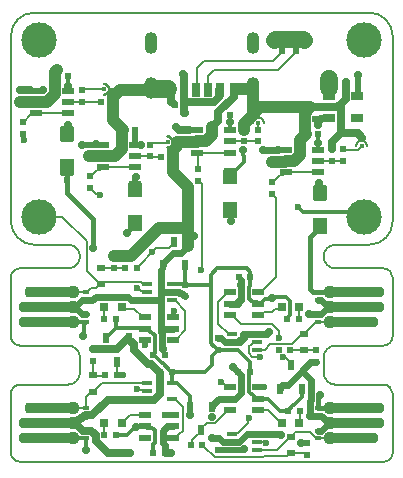
<source format=gtl>
G04*
G04 #@! TF.GenerationSoftware,Altium Limited,Altium Designer,21.5.1 (32)*
G04*
G04 Layer_Physical_Order=1*
G04 Layer_Color=255*
%FSAX25Y25*%
%MOIN*%
G70*
G04*
G04 #@! TF.SameCoordinates,E145FAAA-776B-438C-AE4F-039C15631CA5*
G04*
G04*
G04 #@! TF.FilePolarity,Positive*
G04*
G01*
G75*
%ADD13C,0.00787*%
%ADD14R,0.04331X0.05315*%
%ADD15R,0.01968X0.02165*%
%ADD16R,0.02165X0.01968*%
%ADD18R,0.03937X0.02362*%
%ADD19R,0.03150X0.04724*%
%ADD20R,0.02992X0.04724*%
%ADD21R,0.02756X0.04724*%
%ADD23R,0.02165X0.01968*%
%ADD24R,0.02362X0.03543*%
%ADD25R,0.03543X0.01575*%
%ADD26R,0.04724X0.05118*%
%ADD27R,0.04724X0.05315*%
%ADD28R,0.01968X0.02165*%
%ADD29R,0.01181X0.02165*%
%ADD30R,0.02165X0.01181*%
%ADD31R,0.03937X0.02756*%
G04:AMPARAMS|DCode=51|XSize=35.43mil|YSize=169.29mil|CornerRadius=13.82mil|HoleSize=0mil|Usage=FLASHONLY|Rotation=270.000|XOffset=0mil|YOffset=0mil|HoleType=Round|Shape=RoundedRectangle|*
%AMROUNDEDRECTD51*
21,1,0.03543,0.14165,0,0,270.0*
21,1,0.00780,0.16929,0,0,270.0*
1,1,0.02764,-0.07083,-0.00390*
1,1,0.02764,-0.07083,0.00390*
1,1,0.02764,0.07083,0.00390*
1,1,0.02764,0.07083,-0.00390*
%
%ADD51ROUNDEDRECTD51*%
G04:AMPARAMS|DCode=52|XSize=35.43mil|YSize=188.98mil|CornerRadius=13.82mil|HoleSize=0mil|Usage=FLASHONLY|Rotation=270.000|XOffset=0mil|YOffset=0mil|HoleType=Round|Shape=RoundedRectangle|*
%AMROUNDEDRECTD52*
21,1,0.03543,0.16134,0,0,270.0*
21,1,0.00780,0.18898,0,0,270.0*
1,1,0.02764,-0.08067,-0.00390*
1,1,0.02764,-0.08067,0.00390*
1,1,0.02764,0.08067,0.00390*
1,1,0.02764,0.08067,-0.00390*
%
%ADD52ROUNDEDRECTD52*%
%ADD57C,0.04370*%
%ADD59O,0.01000X0.01001*%
%ADD60C,0.01600*%
%ADD61C,0.00100*%
%ADD62R,0.03150X0.03150*%
%ADD63O,0.01001X0.01000*%
%ADD64R,0.03150X0.02362*%
%ADD65C,0.02362*%
%ADD66C,0.03937*%
%ADD67C,0.01968*%
%ADD68C,0.05906*%
%ADD69C,0.02756*%
%ADD70C,0.05512*%
%ADD71C,0.01378*%
%ADD72C,0.01575*%
%ADD73C,0.11811*%
G04:AMPARAMS|DCode=74|XSize=43.31mil|YSize=70.87mil|CornerRadius=19.49mil|HoleSize=0mil|Usage=FLASHONLY|Rotation=180.000|XOffset=0mil|YOffset=0mil|HoleType=Round|Shape=RoundedRectangle|*
%AMROUNDEDRECTD74*
21,1,0.04331,0.03189,0,0,180.0*
21,1,0.00433,0.07087,0,0,180.0*
1,1,0.03898,-0.00217,0.01595*
1,1,0.03898,0.00217,0.01595*
1,1,0.03898,0.00217,-0.01595*
1,1,0.03898,-0.00217,-0.01595*
%
%ADD74ROUNDEDRECTD74*%
%ADD75C,0.02756*%
%ADD76C,0.02362*%
G36*
X-0031526Y0126169D02*
X-0030942Y0125706D01*
X-0030544Y0125077D01*
X-0030459Y0124714D01*
X-0029195D01*
X-0028901Y0124420D01*
Y0124005D01*
X-0029195Y0123711D01*
X-0029402D01*
X-0030459Y0123711D01*
X-0030544Y0123348D01*
X-0030942Y0122719D01*
X-0031526Y0122256D01*
X-0032230Y0122011D01*
X-0032682D01*
X-0032830Y0122072D01*
X-0032943Y0122185D01*
X-0033004Y0122333D01*
Y0122413D01*
Y0122493D01*
X-0032943Y0122640D01*
X-0032830Y0122753D01*
X-0032682Y0122814D01*
X-0032602D01*
X-0032329Y0122841D01*
X-0031825Y0123050D01*
X-0031440Y0123436D01*
X-0031231Y0123940D01*
X-0031204Y0124213D01*
X-0031231Y0124485D01*
X-0031440Y0124990D01*
X-0031825Y0125375D01*
X-0032329Y0125584D01*
X-0032602Y0125611D01*
X-0032682D01*
X-0032830Y0125672D01*
X-0032943Y0125785D01*
X-0033004Y0125933D01*
Y0126013D01*
Y0126093D01*
X-0032943Y0126240D01*
X-0032830Y0126353D01*
X-0032682Y0126414D01*
X-0032230D01*
X-0031526Y0126169D01*
D02*
G37*
G36*
X-0010291Y0108528D02*
X-0009708Y0108065D01*
X-0009309Y0107436D01*
X-0009224Y0107073D01*
X-0007960D01*
X-0007666Y0106779D01*
Y0106364D01*
X-0007960Y0106070D01*
X-0008168D01*
X-0009224Y0106070D01*
X-0009309Y0105707D01*
X-0009708Y0105078D01*
X-0010291Y0104615D01*
X-0010995Y0104370D01*
X-0011447D01*
X-0011595Y0104431D01*
X-0011708Y0104544D01*
X-0011769Y0104692D01*
Y0104771D01*
Y0104851D01*
X-0011708Y0104999D01*
X-0011595Y0105112D01*
X-0011447Y0105173D01*
X-0011368D01*
X-0011095Y0105200D01*
X-0010591Y0105409D01*
X-0010205Y0105795D01*
X-0009996Y0106299D01*
X-0009969Y0106571D01*
X-0009996Y0106844D01*
X-0010205Y0107349D01*
X-0010591Y0107734D01*
X-0011095Y0107943D01*
X-0011368Y0107970D01*
X-0011447D01*
X-0011595Y0108031D01*
X-0011708Y0108144D01*
X-0011769Y0108292D01*
Y0108371D01*
Y0108451D01*
X-0011708Y0108599D01*
X-0011595Y0108712D01*
X-0011447Y0108773D01*
X-0010995D01*
X-0010291Y0108528D01*
D02*
G37*
G36*
X0019399Y0116376D02*
Y0116168D01*
Y0115112D01*
X0019762Y0115027D01*
X0020391Y0114628D01*
X0020854Y0114045D01*
X0021099Y0113341D01*
Y0112969D01*
Y0112889D01*
X0021038Y0112741D01*
X0020925Y0112628D01*
X0020777Y0112567D01*
X0020618D01*
X0020470Y0112628D01*
X0020357Y0112741D01*
X0020296Y0112889D01*
Y0112969D01*
X0020269Y0113241D01*
X0020061Y0113745D01*
X0019675Y0114131D01*
X0019171Y0114340D01*
X0018898Y0114367D01*
X0018625Y0114340D01*
X0018121Y0114131D01*
X0017735Y0113745D01*
X0017526Y0113241D01*
X0017499Y0112969D01*
Y0112889D01*
X0017438Y0112741D01*
X0017325Y0112628D01*
X0017177Y0112567D01*
X0017018D01*
X0016870Y0112628D01*
X0016757Y0112741D01*
X0016696Y0112889D01*
Y0112969D01*
Y0113341D01*
X0016941Y0114045D01*
X0017404Y0114628D01*
X0018033Y0115027D01*
X0018396Y0115112D01*
Y0115112D01*
Y0116168D01*
Y0116376D01*
X0018690Y0116670D01*
X0019105D01*
X0019399Y0116376D01*
D02*
G37*
G36*
X0053750Y0108687D02*
Y0108479D01*
Y0107423D01*
X0054112Y0107338D01*
X0054742Y0106939D01*
X0055204Y0106355D01*
X0055449Y0105652D01*
Y0105279D01*
Y0105199D01*
X0055388Y0105052D01*
X0055275Y0104939D01*
X0055128Y0104878D01*
X0054968D01*
X0054821Y0104939D01*
X0054708Y0105052D01*
X0054646Y0105199D01*
Y0105279D01*
X0054620Y0105552D01*
X0054411Y0106056D01*
X0054025Y0106442D01*
X0053521Y0106651D01*
X0053248Y0106678D01*
X0052975Y0106651D01*
X0052471Y0106442D01*
X0052085Y0106056D01*
X0051876Y0105552D01*
X0051850Y0105279D01*
Y0105199D01*
X0051788Y0105052D01*
X0051675Y0104939D01*
X0051528Y0104878D01*
X0051368D01*
X0051221Y0104939D01*
X0051108Y0105052D01*
X0051047Y0105199D01*
Y0105279D01*
Y0105652D01*
X0051292Y0106355D01*
X0051755Y0106939D01*
X0052384Y0107338D01*
X0052746Y0107423D01*
Y0107423D01*
Y0108479D01*
Y0108687D01*
X0053040Y0108981D01*
X0053456D01*
X0053750Y0108687D01*
D02*
G37*
D13*
X0018799Y0110728D02*
X0018848Y0110777D01*
Y0112919D01*
X0018898Y0112969D01*
X-0039920Y0124103D02*
X-0032712D01*
X-0032602Y0124213D01*
X-0040030Y0123994D02*
X-0039920Y0124103D01*
X-0039992Y0120018D02*
X-0033700D01*
X-0033661Y0119980D01*
X-0040030Y0120056D02*
X-0039992Y0120018D01*
X-0044587Y0119980D02*
X-0044510Y0120056D01*
X-0040030D01*
X-0034025Y0059124D02*
X-0033208Y0059941D01*
X-0032082D02*
X-0032019Y0060004D01*
X-0033208Y0059941D02*
X-0032082D01*
X-0032019Y0060004D02*
X-0020171D01*
X-0020299Y0056958D02*
X-0018701D01*
X-0021704Y0057937D02*
X-0021277D01*
X-0018701Y0056958D02*
X-0018307Y0056565D01*
X-0021277Y0057937D02*
X-0020299Y0056958D01*
X-0019291Y0059124D02*
X-0018307D01*
X-0020171Y0060004D02*
X-0019291Y0059124D01*
X-0037992Y0056791D02*
X-0036809Y0057975D01*
X-0035234D01*
X-0038484Y0056791D02*
X-0037992D01*
X-0038681Y0056595D02*
X-0038484Y0056791D01*
X-0034055Y0059153D02*
X-0033661D01*
X-0035234Y0057975D02*
X-0034055Y0059153D01*
X-0018832Y0038947D02*
Y0040584D01*
X-0018898Y0040650D02*
X-0018832Y0040584D01*
X-0021752Y0064764D02*
X-0015179Y0071337D01*
X-0011009D01*
X-0010299Y0072047D02*
X-0010138D01*
X-0011009Y0071337D02*
X-0010299Y0072047D01*
X-0010138D02*
X-0009350Y0072835D01*
Y0073425D01*
X0008661Y0017323D02*
X0009449D01*
X0007874Y0016244D02*
Y0016535D01*
X0004452Y0012822D02*
X0007874Y0016244D01*
X0002376Y0013023D02*
X0002577Y0012822D01*
X0007874Y0016535D02*
X0008661Y0017323D01*
X-0000197Y0011122D02*
X0001704Y0013023D01*
X0002577Y0012822D02*
X0004452D01*
X0001704Y0013023D02*
X0002376D01*
X0021229Y0006505D02*
X0021319Y0006415D01*
X0018307Y0006594D02*
X0018397Y0006505D01*
X0021229D01*
X0004358Y0001555D02*
X0020310D01*
X0000893Y0005020D02*
X0004358Y0001555D01*
X0020310D02*
X0020822Y0002067D01*
X0028543D01*
X0029331Y0002854D01*
X0019204Y0034998D02*
X0019261Y0034941D01*
X0016899Y0034998D02*
X0019204D01*
X0015650Y0036247D02*
X0016899Y0034998D01*
X0013189Y0046063D02*
X0023425D01*
X0025822Y0041264D02*
Y0043667D01*
X0023425Y0046063D02*
X0025822Y0043667D01*
X0010236Y0049016D02*
X0013189Y0046063D01*
X0015650Y0036247D02*
Y0038556D01*
X0016169Y0039075D01*
X0016437D02*
X0017323Y0039961D01*
X0018307D01*
X0016169Y0039075D02*
X0016437D01*
X0019685Y0049016D02*
X0020767Y0050098D01*
X0023459D02*
X0024280Y0050920D01*
X0018898Y0049016D02*
X0019685D01*
X0020767Y0050098D02*
X0023459D01*
X0024280Y0050920D02*
X0025857D01*
X0026575Y0051638D01*
X0030043Y0039197D02*
X0033563Y0042717D01*
X0022874Y0039197D02*
X0030043D01*
X0021079Y0037402D02*
X0022874Y0039197D01*
X0018898Y0024803D02*
X0020577D01*
X-0025927Y0050990D02*
X-0022545D01*
X-0019685Y0048130D01*
X-0026575Y0051638D02*
X-0025927Y0050990D01*
X-0012276Y0015551D02*
X-0009449D01*
X-0012303Y0015524D02*
X-0012276Y0015551D01*
X-0035236Y0024114D02*
X-0033148Y0026202D01*
X-0020875Y0026181D02*
X-0018307D01*
X-0021496Y0023879D02*
X-0018564D01*
X-0033148Y0026202D02*
X-0020897D01*
X-0018564Y0023879D02*
X-0018307Y0023622D01*
X-0021753Y0024135D02*
X-0021496Y0023879D01*
X-0020897Y0026202D02*
X-0020875Y0026181D01*
X-0017213Y0101767D02*
X-0013681D01*
X-0017218Y0101772D02*
X-0017213Y0101767D01*
X-0013681D02*
X-0013676Y0101762D01*
X-0022146Y0101860D02*
X-0022057Y0101772D01*
X-0017218D01*
X-0016641Y0106285D02*
X-0011874D01*
X-0017218Y0105709D02*
X-0016641Y0106285D01*
X-0059414Y0107225D02*
Y0109232D01*
Y0107225D02*
X-0059373Y0107185D01*
X-0059455Y0109273D02*
X-0059414Y0109232D01*
X-0036790Y0095768D02*
X-0036395D01*
X-0034830Y0097333D01*
X-0033760D01*
X-0037381Y0095177D02*
X-0036790Y0095768D01*
X-0032972Y0098120D02*
X-0022146D01*
X-0033760Y0097333D02*
X-0032972Y0098120D01*
X-0037282Y0091240D02*
X-0035204Y0089162D01*
X-0034289D01*
X-0037381Y0091240D02*
X-0037282D01*
X-0034289Y0089162D02*
X-0033988Y0088861D01*
X-0038403Y0063501D02*
Y0073472D01*
X-0046470Y0081539D02*
X-0038403Y0073472D01*
Y0063501D02*
X-0034025Y0059124D01*
X-0054134Y0081539D02*
X-0046470D01*
X-0055413Y0116240D02*
X-0044587D01*
X-0059357Y0113210D02*
X-0057114Y0115453D01*
X-0056201D02*
X-0055413Y0116240D01*
X-0059455Y0113210D02*
X-0059357D01*
X-0057114Y0115453D02*
X-0056201D01*
X0000197Y0064812D02*
Y0092443D01*
X-0000381Y0064235D02*
X0000197Y0064812D01*
X-0000381Y0063808D02*
Y0064235D01*
X-0001061Y0093701D02*
X0000197Y0092443D01*
X-0001159Y0093701D02*
X-0001061D01*
X-0001159Y0097638D02*
Y0102734D01*
X-0001476Y0103051D02*
X-0001159Y0102734D01*
X-0001476Y0103051D02*
X0009350D01*
X0023622Y0089272D02*
X0024213Y0088681D01*
Y0088583D02*
Y0088681D01*
X0023524Y0089272D02*
X0023622D01*
X0024213Y0088583D02*
X0024803Y0087992D01*
Y0061614D02*
Y0087992D01*
X0026083Y0095669D02*
X0027165D01*
X0023643Y0093230D02*
X0026083Y0095669D01*
X0027165D02*
X0027953Y0096457D01*
X0038780D01*
X0019685Y0056496D02*
X0024803Y0061614D01*
X0014075Y0106791D02*
X0018799D01*
X0018799Y0106791D01*
X0030807Y0135953D02*
Y0136221D01*
X0025450Y0130596D02*
X0030807Y0135953D01*
X0004021Y0130596D02*
X0025450D01*
X0031364Y0136777D02*
X0031631D01*
X0030807Y0136221D02*
X0031364Y0136777D01*
X0000802Y0133574D02*
X0023608D01*
X-0001632Y0131140D02*
X0000802Y0133574D01*
X-0001632Y0124353D02*
Y0131140D01*
X-0001969Y0124016D02*
X-0001632Y0124353D01*
X0001969Y0124016D02*
Y0128543D01*
X0004021Y0130596D01*
X0023608Y0133574D02*
X0027465Y0137431D01*
X0012068Y0009547D02*
X0015508Y0012987D01*
Y0014537D02*
X0015616Y0014645D01*
X0015508Y0012987D02*
Y0014537D01*
X0010039Y0009154D02*
X0010433Y0009547D01*
X0012068D01*
X-0011587Y0106571D02*
X-0011368D01*
X-0011874Y0106285D02*
X-0011587Y0106571D01*
X0027239Y0035160D02*
X0027340D01*
X0029724Y0032776D01*
X-0009055Y0054005D02*
X-0005479Y0050429D01*
Y0043832D02*
Y0050429D01*
X0047146Y0104134D02*
X0047288Y0103992D01*
X0051981D01*
X0053248Y0105259D02*
Y0105279D01*
X0051981Y0103992D02*
X0053248Y0105259D01*
X0008661Y0024803D02*
X0009449D01*
X0006523Y0026664D02*
X0006800D01*
X0008661Y0024803D01*
X0018898Y0056496D02*
X0019685D01*
X0029724Y0032185D02*
Y0032776D01*
X0009449Y0049016D02*
X0010236D01*
X0005512Y0046063D02*
X0009055Y0042520D01*
X0005512Y0046063D02*
Y0053347D01*
X0009055Y0042520D02*
X0010039D01*
X0005512Y0053347D02*
X0008661Y0056496D01*
X0009449D01*
X-0009421Y0048158D02*
Y0050348D01*
X-0009449Y0048130D02*
X-0009421Y0048158D01*
X0021979Y0017323D02*
X0025266Y0014035D01*
X0025394D01*
X0018898Y0017323D02*
X0021979D01*
X0029331Y0002854D02*
X0034126D01*
X-0028356Y0028801D02*
X-0026319D01*
X-0028378Y0028822D02*
X-0028356Y0028801D01*
X-0026319D02*
X-0026297Y0028779D01*
X-0009055Y0021063D02*
X-0006299Y0018307D01*
Y0010417D02*
Y0018307D01*
X0009350Y0106791D02*
X0014075D01*
X0043504Y0100197D02*
X0047146D01*
X0038780D02*
X0043504D01*
X0000787Y0005020D02*
X0000893D01*
X0000197Y0005610D02*
X0000787Y0005020D01*
X0000197Y0005610D02*
Y0005709D01*
X-0003740D02*
X-0003150Y0006299D01*
Y0007163D01*
X-0001159Y0009154D01*
X-0000984D01*
X-0000197Y0009941D01*
Y0011122D01*
X-0019685Y0048130D02*
X-0018898D01*
X-0032480Y0047638D02*
Y0051638D01*
X-0032480Y0051638D02*
X-0032480Y0051638D01*
X0032480Y0047736D02*
Y0051638D01*
X0032480Y0051638D01*
X-0007563Y0009154D02*
X-0006299Y0010417D01*
X-0007579Y0009154D02*
X-0007563D01*
X-0009449Y0008071D02*
X-0008661D01*
X-0007579Y0009154D01*
X-0010039Y0021063D02*
X-0009055D01*
X-0008661Y0040650D02*
X-0005479Y0043832D01*
X-0009449Y0040650D02*
X-0008661D01*
X-0010039Y0054005D02*
X-0009055D01*
X0033957Y0037205D02*
X0037992D01*
X0029528Y0037106D02*
X0033858D01*
X0033957Y0037205D01*
X0033563Y0042717D02*
X0034350D01*
X0018307Y0037402D02*
X0021079D01*
X0035138Y0043654D02*
X0038139Y0046655D01*
X0034350Y0042717D02*
X0035138Y0043504D01*
X0038139Y0046655D02*
X0038631D01*
X0035138Y0043504D02*
Y0043654D01*
X0038631Y0046655D02*
X0038640Y0046646D01*
X0042791D02*
X0042799Y0046638D01*
X0038640Y0046646D02*
X0042791D01*
X-0028378Y0033040D02*
X-0028150Y0033268D01*
X-0028378Y0028822D02*
Y0033040D01*
X-0036417Y0028839D02*
X-0036319Y0028937D01*
Y0033563D01*
X-0021752Y0064665D02*
Y0064764D01*
X-0029232Y0064665D02*
X-0025689D01*
X-0029331Y0064567D02*
X-0029232Y0064665D01*
X-0029429Y0064665D02*
X-0029331Y0064567D01*
X-0033661Y0064665D02*
X-0029429D01*
X-0042778Y0056616D02*
X-0038703D01*
X-0038681Y0056595D01*
X-0042799Y0056638D02*
X-0042778Y0056616D01*
X-0032409Y0028728D02*
X-0032315Y0028822D01*
X-0036307Y0028728D02*
X-0032409D01*
X-0036417Y0028839D02*
X-0036307Y0028728D01*
X-0035236Y0024114D02*
Y0024114D01*
X-0036024Y0023327D02*
X-0035236Y0024114D01*
X-0036811Y0023327D02*
X-0036024D01*
X-0038583Y0017913D02*
Y0021555D01*
X-0036811Y0023327D01*
X-0038612Y0017884D02*
X-0038583Y0017913D01*
X-0042799Y0017854D02*
X-0042770Y0017884D01*
X-0038612D01*
X0025394Y0014035D02*
X0026575Y0012854D01*
X0032579Y0012953D02*
Y0016831D01*
X0032480Y0012854D02*
X0032579Y0012953D01*
X0038819Y0007815D02*
X0042760D01*
X0038780Y0007776D02*
X0038819Y0007815D01*
X0042760D02*
X0042799Y0007854D01*
X0031367Y0009941D02*
X0036122D01*
X0038091Y0007972D01*
X0029331Y0008366D02*
X0030118D01*
X0038091Y0007972D02*
X0038756D01*
X0030118Y0008366D02*
X0030906Y0009154D01*
Y0009480D01*
X0031367Y0009941D01*
X0018307Y0004035D02*
X0025000D01*
X0029331Y0008366D01*
X-0032480Y0012854D02*
X-0032480Y0012854D01*
Y0008858D02*
Y0012854D01*
X-0026575Y0012854D02*
X-0023905Y0015524D01*
X-0018925D02*
X-0018898Y0015551D01*
X-0023905Y0015524D02*
X-0018925D01*
X-0063660Y0003150D02*
G03*
X-0060510Y-0000000I0003145J-0000004D01*
G01*
X0063660Y0141890D02*
G03*
X0055785Y0149764I-0007874J0000000D01*
G01*
X-0040628Y0034803D02*
G03*
X-0044565Y0038740I-0003937J-0000000D01*
G01*
X0055785Y0072366D02*
G03*
X0063660Y0080240I-0000003J0007877D01*
G01*
X-0060510Y0025748D02*
G03*
X-0063660Y0022598I-0000004J-0003145D01*
G01*
X0040628Y0029687D02*
G03*
X0044565Y0025748I0003939J0000000D01*
G01*
X-0044565Y0064488D02*
G03*
X-0044565Y0072366I-0000002J0003939D01*
G01*
X0060510Y0038740D02*
G03*
X0063660Y0041890I0000004J0003145D01*
G01*
X0044569Y0072366D02*
G03*
X0044565Y0064488I-0000002J-0003939D01*
G01*
X-0063656Y0080240D02*
G03*
X-0055782Y0072366I0007877J0000003D01*
G01*
X-0060510Y0064488D02*
G03*
X-0063660Y0061339I-0000004J-0003145D01*
G01*
X-0044565Y0025748D02*
G03*
X-0040628Y0029687I-0000002J0003939D01*
G01*
X0060510Y0000000D02*
G03*
X0063660Y0003150I0000004J0003145D01*
G01*
X0044565Y0038740D02*
G03*
X0040628Y0034803I0000000J-0003937D01*
G01*
X-0055782Y0149764D02*
G03*
X-0063656Y0141890I0000000J-0007874D01*
G01*
X-0063660Y0041890D02*
G03*
X-0060510Y0038740I0003145J-0000004D01*
G01*
X0063660Y0061339D02*
G03*
X0060510Y0064488I-0003145J0000004D01*
G01*
X0063660Y0022598D02*
G03*
X0060510Y0025748I-0003145J0000004D01*
G01*
X-0063660Y0041890D02*
Y0061339D01*
X0044569Y0072366D02*
X0055785D01*
X0063660Y0003150D02*
Y0022598D01*
X-0060510Y0038740D02*
X-0044565D01*
X0063660Y0080240D02*
Y0141890D01*
X0044565Y0025748D02*
X0060510D01*
X-0055782Y0149764D02*
X0055785D01*
X-0040628Y0029687D02*
Y0034803D01*
X0040628Y0029687D02*
Y0034803D01*
X-0063656Y0080240D02*
Y0141890D01*
X-0060510Y0025748D02*
X-0044565D01*
X0044565Y0038740D02*
X0060510D01*
X-0055782Y0072366D02*
X-0044565D01*
X-0063660Y0003150D02*
Y0022598D01*
X0063660Y0041890D02*
Y0061339D01*
X-0060510Y0064488D02*
X-0044565D01*
X0044565D02*
X0060510D01*
X-0060510Y0000000D02*
X0060510D01*
D14*
X-0022244Y0079626D02*
D03*
Y0090847D02*
D03*
X-0044783Y0098032D02*
D03*
Y0109252D02*
D03*
X0009547Y0083957D02*
D03*
Y0095177D02*
D03*
X0039272Y0078445D02*
D03*
Y0089665D02*
D03*
D15*
X-0044587Y0128740D02*
D03*
X-0048524D02*
D03*
X-0022244Y0110719D02*
D03*
X-0026181D02*
D03*
X0009449Y0115650D02*
D03*
X0005512D02*
D03*
X0038780Y0109153D02*
D03*
X0034843D02*
D03*
X-0025689Y0064665D02*
D03*
X-0021752D02*
D03*
X-0028378Y0028822D02*
D03*
X-0032315D02*
D03*
X0000197Y0005709D02*
D03*
X-0003740D02*
D03*
X0025591Y0037106D02*
D03*
X0029528D02*
D03*
X-0032480Y0047638D02*
D03*
X-0028543D02*
D03*
X-0029724Y0119980D02*
D03*
X-0033661D02*
D03*
X-0028543Y0008858D02*
D03*
X-0032480D02*
D03*
X0032579Y0016831D02*
D03*
X0028642D02*
D03*
X0032480Y0047736D02*
D03*
X0028543D02*
D03*
X-0009739Y0101762D02*
D03*
X-0013676D02*
D03*
D16*
X-0060516Y0120044D02*
D03*
Y0123981D02*
D03*
X-0037500Y0101772D02*
D03*
Y0105709D02*
D03*
X-0006102Y0106652D02*
D03*
Y0110589D02*
D03*
X0023228Y0099803D02*
D03*
Y0103740D02*
D03*
X-0059455Y0109273D02*
D03*
Y0113210D02*
D03*
X-0040030Y0120056D02*
D03*
Y0123994D02*
D03*
X-0037381Y0091240D02*
D03*
Y0095177D02*
D03*
X-0017218Y0101772D02*
D03*
Y0105709D02*
D03*
X-0001159Y0093701D02*
D03*
Y0097638D02*
D03*
X0018799Y0110728D02*
D03*
Y0106791D02*
D03*
X0014075Y0106791D02*
D03*
Y0110728D02*
D03*
X0023524Y0093209D02*
D03*
Y0089272D02*
D03*
X0047146Y0100197D02*
D03*
Y0104134D02*
D03*
X0043504D02*
D03*
Y0100197D02*
D03*
X0026772Y0140748D02*
D03*
Y0136811D02*
D03*
X0031496D02*
D03*
Y0140748D02*
D03*
D18*
X-0055413Y0116240D02*
D03*
X-0044587D02*
D03*
X-0032972Y0098120D02*
D03*
X-0022146D02*
D03*
X-0001476Y0103051D02*
D03*
X0009350D02*
D03*
X0027953Y0096457D02*
D03*
X0038780D02*
D03*
X-0018898Y0008071D02*
D03*
Y0011811D02*
D03*
Y0015551D02*
D03*
X-0009449D02*
D03*
Y0011811D02*
D03*
Y0008071D02*
D03*
X-0018898Y0040650D02*
D03*
Y0044390D02*
D03*
Y0048130D02*
D03*
X-0009449D02*
D03*
Y0044390D02*
D03*
Y0040650D02*
D03*
X0018898Y0024803D02*
D03*
Y0021063D02*
D03*
Y0017323D02*
D03*
X0009449D02*
D03*
Y0021063D02*
D03*
Y0024803D02*
D03*
X0018898Y0056496D02*
D03*
Y0052756D02*
D03*
Y0049016D02*
D03*
X0009449D02*
D03*
Y0052756D02*
D03*
Y0056496D02*
D03*
X-0044587Y0123721D02*
D03*
Y0119980D02*
D03*
X-0055413D02*
D03*
Y0123721D02*
D03*
X-0022146Y0105601D02*
D03*
Y0101860D02*
D03*
X-0032972D02*
D03*
Y0105601D02*
D03*
X0009350Y0110531D02*
D03*
Y0106791D02*
D03*
X-0001476D02*
D03*
Y0110531D02*
D03*
X0038780Y0103937D02*
D03*
Y0100197D02*
D03*
X0027953D02*
D03*
Y0103937D02*
D03*
D19*
X0010827Y0124016D02*
D03*
X-0010827D02*
D03*
D20*
X0005984D02*
D03*
X-0005984D02*
D03*
D21*
X0001969D02*
D03*
X-0001969D02*
D03*
D23*
X-0036319Y0037500D02*
D03*
Y0033563D02*
D03*
X-0005512Y0059055D02*
D03*
Y0055118D02*
D03*
X0005512Y0037303D02*
D03*
Y0041240D02*
D03*
Y0003937D02*
D03*
Y0007874D02*
D03*
X0035205Y0002223D02*
D03*
Y0006160D02*
D03*
X-0029331Y0064567D02*
D03*
Y0068504D02*
D03*
X0037795Y0114272D02*
D03*
Y0118209D02*
D03*
X0037992Y0037205D02*
D03*
Y0033268D02*
D03*
D24*
X-0028150Y0033268D02*
D03*
X-0031890Y0041142D02*
D03*
X-0024409D02*
D03*
X0003543Y0018406D02*
D03*
X-0003937D02*
D03*
X-0000197Y0010531D02*
D03*
X-0013091Y0065551D02*
D03*
X-0005610D02*
D03*
X-0009350Y0073425D02*
D03*
X0025984Y0024311D02*
D03*
X0033465D02*
D03*
X0029724Y0032185D02*
D03*
D25*
X-0010039Y0026181D02*
D03*
Y0021063D02*
D03*
X-0018307D02*
D03*
Y0023622D02*
D03*
Y0026181D02*
D03*
X-0010039Y0059124D02*
D03*
Y0054005D02*
D03*
X-0018307D02*
D03*
Y0056565D02*
D03*
Y0059124D02*
D03*
X0010039Y0037402D02*
D03*
Y0042520D02*
D03*
X0018307D02*
D03*
Y0039961D02*
D03*
Y0037402D02*
D03*
X0010039Y0004035D02*
D03*
Y0009154D02*
D03*
X0018307D02*
D03*
Y0006594D02*
D03*
Y0004035D02*
D03*
D26*
X-0044783Y0109153D02*
D03*
X-0022244Y0090748D02*
D03*
X0009547Y0095079D02*
D03*
X0039272Y0089567D02*
D03*
D27*
X-0044783Y0098130D02*
D03*
X-0022244Y0079724D02*
D03*
X0009547Y0084055D02*
D03*
X0039272Y0078543D02*
D03*
D28*
X-0016339Y0002933D02*
D03*
X-0012402D02*
D03*
X-0016240Y0035630D02*
D03*
X-0012303D02*
D03*
X-0010086Y0029823D02*
D03*
X-0014023D02*
D03*
X0016043D02*
D03*
X0012106D02*
D03*
X0016240Y0061516D02*
D03*
X0012303D02*
D03*
X0051968Y0126476D02*
D03*
X0048031D02*
D03*
D29*
X-0008464Y0119031D02*
D03*
X-0005905D02*
D03*
D30*
X0038780Y0015354D02*
D03*
Y0017913D02*
D03*
Y0010335D02*
D03*
Y0007776D02*
D03*
X-0038583Y0049213D02*
D03*
Y0046654D02*
D03*
X-0038681Y0054035D02*
D03*
Y0056595D02*
D03*
X0038631Y0053996D02*
D03*
Y0056555D02*
D03*
Y0049214D02*
D03*
Y0046655D02*
D03*
X-0038583Y0010335D02*
D03*
Y0007776D02*
D03*
Y0015354D02*
D03*
Y0017913D02*
D03*
D31*
X0051870Y0121949D02*
D03*
Y0114469D02*
D03*
X0042421D02*
D03*
Y0118209D02*
D03*
Y0121949D02*
D03*
D51*
X0050476Y0007854D02*
D03*
X-0050476Y0056638D02*
D03*
X0050476Y0046638D02*
D03*
X-0050476Y0017854D02*
D03*
D52*
X0051461D02*
D03*
Y0012854D02*
D03*
X-0051461Y0046638D02*
D03*
Y0051638D02*
D03*
X0051461Y0056638D02*
D03*
Y0051638D02*
D03*
X-0051461Y0007854D02*
D03*
Y0012854D02*
D03*
D57*
X0042799Y0007854D02*
D03*
Y0012854D02*
D03*
Y0017854D02*
D03*
X-0042799Y0056638D02*
D03*
Y0051638D02*
D03*
Y0046638D02*
D03*
X0042799D02*
D03*
Y0051638D02*
D03*
Y0056638D02*
D03*
X-0042799Y0017854D02*
D03*
Y0012854D02*
D03*
Y0007854D02*
D03*
D59*
X-0008003Y0106569D02*
D03*
X-0029238Y0124210D02*
D03*
D60*
X-0011368Y0106571D02*
D03*
X0053248Y0105279D02*
D03*
X0018898Y0112969D02*
D03*
X-0032602Y0124213D02*
D03*
D61*
X-0008021Y0106926D02*
D03*
X-0007666Y0106571D02*
D03*
X-0008021Y0106217D02*
D03*
X0053603Y0108626D02*
D03*
X0053248Y0108981D02*
D03*
X0052893Y0108626D02*
D03*
X0018543Y0116315D02*
D03*
X0018898Y0116670D02*
D03*
X0019252Y0116315D02*
D03*
X-0029255Y0123858D02*
D03*
X-0028901Y0124213D02*
D03*
X-0029255Y0124567D02*
D03*
D62*
X0032480Y0012854D02*
D03*
X0026575D02*
D03*
X-0032480D02*
D03*
X-0026575D02*
D03*
X0032480Y0051638D02*
D03*
X0026575D02*
D03*
X-0032480D02*
D03*
X-0026575D02*
D03*
D63*
X0053251Y0108644D02*
D03*
X0018901Y0116333D02*
D03*
D64*
X-0036417Y0023327D02*
D03*
Y0028839D02*
D03*
X0029724Y0002854D02*
D03*
Y0008366D02*
D03*
X-0033661Y0064665D02*
D03*
Y0059153D02*
D03*
X0033957Y0037205D02*
D03*
Y0042717D02*
D03*
D65*
X0013918Y0041400D02*
Y0042258D01*
X0006372Y0041262D02*
X0007575Y0040059D01*
X0012684D01*
X0012719Y0040114D02*
Y0040201D01*
X0005533Y0041262D02*
X0006372D01*
X0012719Y0040201D02*
X0013918Y0041400D01*
Y0042258D02*
X0013994Y0042333D01*
X0012684Y0040059D02*
X0012726Y0040102D01*
X0013087Y0058902D02*
X0013091Y0058899D01*
X0013087Y0058902D02*
Y0060484D01*
X0013091Y0053825D02*
Y0058899D01*
X0012570Y0053304D02*
X0013091Y0053825D01*
X0012570Y0053198D02*
Y0053304D01*
X0020525Y0103994D02*
X0025356D01*
X0020386Y0103854D02*
X0020525Y0103994D01*
X0020280Y0103854D02*
X0020386D01*
X-0042256Y0051638D02*
X-0039831Y0049213D01*
X-0038583D01*
X-0023488Y0054067D02*
X-0018898D01*
X-0024504Y0055083D02*
X-0023488Y0054067D01*
X-0018307Y0054005D02*
X-0013484D01*
X-0013091Y0037500D02*
Y0037606D01*
X-0013386Y0037902D02*
X-0013091Y0037606D01*
X-0013484Y0043397D02*
Y0044882D01*
Y0043397D02*
X-0013386Y0043298D01*
Y0037902D02*
Y0043298D01*
X-0013484Y0044882D02*
Y0054005D01*
Y0063875D01*
X-0012992Y0044390D02*
X-0009449D01*
X-0013484Y0044882D02*
X-0012992Y0044390D01*
X-0035391Y0055083D02*
X-0024504D01*
X-0038681Y0054035D02*
X-0036438D01*
X-0035391Y0055083D01*
X-0042799Y0051638D02*
X-0042256D01*
X-0039858Y0054035D01*
X-0038681D01*
X0038780Y0010335D02*
X0039736D01*
X0042256Y0012854D01*
X0039756Y0015354D02*
X0042256Y0012854D01*
X0042799D01*
X0038780Y0015354D02*
X0039756D01*
X0035972D02*
X0036020Y0015403D01*
X0035945Y0015327D02*
X0035972Y0015354D01*
X0038780D01*
X0033268Y0030409D02*
X0036319Y0027358D01*
X0033268Y0030409D02*
X0036126Y0033268D01*
X0028587Y0025729D02*
X0033268Y0030409D01*
X0036126Y0033268D02*
X0037992D01*
X0036319Y0020532D02*
Y0027358D01*
X0036024Y0020237D02*
X0036319Y0020532D01*
X0036024Y0015685D02*
Y0020237D01*
X0036020Y0015681D02*
X0036024Y0015685D01*
X0036020Y0015403D02*
Y0015681D01*
X0026811Y0025729D02*
X0028587D01*
X0025984Y0024902D02*
X0026811Y0025729D01*
X0025984Y0024311D02*
Y0024902D01*
X0012021Y0052756D02*
X0012463Y0053198D01*
X0012570D01*
X0009449Y0052756D02*
X0012021D01*
X0014130Y0042469D02*
X0018257D01*
X0018307Y0042520D02*
X0021589D01*
X0022363Y0043294D01*
X0026173Y0008984D02*
X0026280D01*
X0018898Y0009269D02*
X0025888D01*
X0026173Y0008984D01*
X0014965Y0009154D02*
X0018307D01*
X0012504Y0006693D02*
X0014965Y0009154D01*
X0005884Y0007874D02*
X0007065Y0006693D01*
X0012504D01*
X0022363Y0043294D02*
X0022470D01*
X0038631Y0049214D02*
X0039726D01*
X0035721D02*
X0038631D01*
X-0013091Y0066142D02*
X-0009750Y0069482D01*
X-0013091Y0065551D02*
Y0066142D01*
X-0009750Y0069482D02*
X-0006861D01*
X-0004528Y0071815D01*
X-0012504Y0056466D02*
X-0007575D01*
X-0006791Y0056398D02*
X-0005512Y0055118D01*
X-0007506Y0056398D02*
X-0006791D01*
X-0007575Y0056466D02*
X-0007506Y0056398D01*
X0009449Y0021063D02*
X0011225D01*
X0013091Y0022929D01*
Y0028906D01*
X0012174Y0029823D02*
X0013091Y0028906D01*
X-0012402Y0002933D02*
X-0012379Y0002911D01*
X-0010232D01*
X-0010157Y0002835D01*
X-0013091Y0010256D02*
X-0011536Y0011811D01*
X-0013091Y0006197D02*
Y0010256D01*
Y0006197D02*
X-0012402Y0005508D01*
Y0002933D02*
Y0005508D01*
X-0011536Y0011811D02*
X-0009449D01*
X0042149Y0051638D02*
X0042194D01*
X0038631Y0053996D02*
X0039835D01*
X0042194Y0051638D01*
X0042799D01*
X0039726Y0049214D02*
X0042149Y0051638D01*
X0010318Y0031710D02*
X0012106Y0029921D01*
X0010318Y0031710D02*
Y0031742D01*
X0012106Y0029823D02*
Y0029921D01*
X0005606Y0021059D02*
X0009445D01*
X0003543Y0018996D02*
X0005606Y0021059D01*
X0003543Y0018406D02*
Y0018996D01*
X0003505Y0007874D02*
X0005512D01*
X0003485Y0007854D02*
X0003505Y0007874D01*
D66*
X0018443Y0117125D02*
X0019527Y0118209D01*
X0017008Y0115690D02*
X0018443Y0117125D01*
X0017008Y0115690D02*
Y0124606D01*
X0014075Y0112757D02*
X0017008Y0115690D01*
X0003462Y0108841D02*
Y0111484D01*
X0001413Y0106791D02*
X0003462Y0108841D01*
X-0001476Y0106791D02*
X0001413D01*
X0019527Y0118209D02*
X0036186D01*
X0034252Y0109744D02*
Y0116275D01*
Y0109744D02*
X0034843Y0109153D01*
X0034252Y0116275D02*
X0036186Y0118209D01*
X0030842Y0100197D02*
X0032842Y0102197D01*
Y0107153D01*
X0034843Y0109153D01*
X0027953Y0100197D02*
X0030842D01*
X0014075Y0110728D02*
Y0112757D01*
X0023301Y0099803D02*
X0023596Y0100098D01*
X0011855Y0124311D02*
X0016713D01*
X0054134Y0138038D02*
Y0140594D01*
X0016713Y0124311D02*
X0017008Y0124606D01*
X0027854Y0100098D02*
X0027953Y0100197D01*
X0023596Y0100098D02*
X0027854D01*
X-0029429Y0113967D02*
Y0121557D01*
Y0113967D02*
X-0026181Y0110719D01*
X-0028929Y0101959D02*
X-0026623Y0104265D01*
Y0105321D02*
X-0026623Y0105321D01*
Y0110277D01*
X-0026623Y0104265D02*
Y0105321D01*
X-0032874Y0101959D02*
X-0028929D01*
X-0026623Y0104265D02*
Y0105321D01*
X-0029429Y0121557D02*
X-0027173Y0123813D01*
X-0026623Y0105321D02*
X-0026623Y0105321D01*
X-0027057Y0123930D02*
X-0016811D01*
X-0017008Y0124213D02*
Y0124606D01*
Y0124213D02*
X-0016725Y0123930D01*
X-0008003Y0106750D02*
X-0007606D01*
X-0007746Y0106652D02*
X-0007676Y0106721D01*
X-0001546D01*
X-0001476Y0106791D01*
X-0004528Y0077854D02*
Y0091522D01*
X-0009739Y0096734D02*
X-0004528Y0091522D01*
X-0009739Y0096734D02*
Y0103588D01*
X-0008107Y0105221D02*
Y0106465D01*
X-0008003Y0106569D01*
X-0009739Y0103588D02*
X-0008107Y0105221D01*
X-0014408Y0077854D02*
X-0004528D01*
Y0071815D02*
Y0077854D01*
X-0023758Y0068504D02*
X-0014408Y0077854D01*
X-0029331Y0068504D02*
X-0023758D01*
X-0060516Y0120044D02*
X-0055477D01*
X-0060516Y0120044D02*
X-0060516Y0120044D01*
X-0055477D02*
X-0055413Y0119980D01*
X-0055413Y0119980D02*
X-0055315Y0120079D01*
X-0051462D02*
X-0049016Y0122525D01*
X-0055315Y0120079D02*
X-0051462D01*
X-0049016Y0130006D02*
X-0048371Y0130651D01*
X-0049016Y0122525D02*
Y0130006D01*
X-0037500Y0101772D02*
X-0037411Y0101860D01*
X-0032972D02*
X-0032972Y0101860D01*
X-0037411Y0101860D02*
X-0032972D01*
D67*
X0038795Y0113104D02*
X0039835Y0114144D01*
Y0114357D01*
X0037894Y0114173D02*
Y0114272D01*
Y0114173D02*
X0038493Y0113574D01*
Y0112361D02*
Y0113574D01*
Y0112361D02*
X0038644Y0112210D01*
X0037795Y0114272D02*
X0037894D01*
X-0035600Y0106001D02*
X-0035387D01*
X-0037500Y0105709D02*
X-0035892D01*
X-0035600Y0106001D01*
X-0040030Y0105652D02*
X-0039973Y0105709D01*
X-0037500D01*
X0038795Y0112361D02*
Y0113104D01*
X0038644Y0112210D02*
X0038795Y0112361D01*
X0039835Y0114357D02*
X0039850Y0114372D01*
X-0022244Y0105699D02*
X-0022146Y0105601D01*
X-0020170D01*
X-0022244Y0105699D02*
Y0110719D01*
X0029134Y0140748D02*
X0031496D01*
X0026772D02*
X0029134D01*
X0014056Y0004035D02*
X0014136Y0004115D01*
X0005709Y0004035D02*
X0014056D01*
X0005512Y0003937D02*
X0005610D01*
X0005709Y0004035D01*
X-0007746Y0106652D02*
X-0006102D01*
X-0010827Y0124016D02*
X-0010236Y0123425D01*
X-0044628Y0109309D02*
Y0112163D01*
X-0044477Y0112314D01*
X-0044783Y0109153D02*
X-0044628Y0109309D01*
X-0054134Y0139484D02*
Y0140594D01*
X-0029354Y0068504D02*
X-0029331D01*
X-0022244Y0090748D02*
X-0022151Y0090841D01*
Y0094783D01*
X-0022059Y0094876D01*
X0051968Y0126476D02*
Y0129099D01*
X0051870Y0121949D02*
X0051968Y0122047D01*
Y0126476D01*
D68*
X0042499Y0124491D02*
Y0127633D01*
X-0016829Y0124428D02*
X-0011239D01*
D69*
X0005512Y0113533D02*
Y0116581D01*
X0003462Y0111484D02*
X0005512Y0113533D01*
X0010630Y0123819D02*
X0010827Y0124016D01*
X0010630Y0121699D02*
Y0123819D01*
X0005512Y0116581D02*
X0010630Y0121699D01*
X-0005983Y0119109D02*
X-0005905Y0119031D01*
X-0006062Y0121222D02*
Y0123520D01*
X-0005922Y0123660D01*
X-0007562Y0110589D02*
X-0004173D01*
X-0005983Y0119109D02*
Y0121144D01*
X-0006062Y0121222D02*
X-0005983Y0121144D01*
X-0008457Y0111484D02*
X-0007562Y0110589D01*
X0051984Y0109436D02*
X0053324Y0108095D01*
X0046260Y0109436D02*
X0051984D01*
X0042421Y0118209D02*
X0045189D01*
X0037795D02*
X0042421D01*
X0045189D02*
X0046260Y0119280D01*
X0043479Y0106655D02*
X0046260Y0109436D01*
Y0119280D02*
X0048031Y0121051D01*
X0046260Y0109436D02*
Y0119280D01*
X0048031Y0121051D02*
Y0126476D01*
X0036186Y0118209D02*
X0037795D01*
X0043479Y0104159D02*
Y0106655D01*
X-0060516Y0123981D02*
X-0057212D01*
X-0057114Y0123883D01*
X-0005984Y0124016D02*
Y0126516D01*
Y0129016D01*
X-0006201Y0129232D02*
X-0005984Y0129016D01*
X-0022736Y0037414D02*
X-0017999Y0032677D01*
X-0016877D01*
X-0014121Y0029921D01*
X-0014023Y0027358D02*
Y0029764D01*
Y0022536D02*
Y0027358D01*
X-0022736Y0037414D02*
Y0039272D01*
X-0024213Y0040748D02*
X-0022736Y0039272D01*
X-0036319Y0037500D02*
X-0028296D01*
X-0024655Y0041142D01*
X-0036708Y0015453D02*
X-0031409Y0020752D01*
X-0038484Y0015453D02*
X-0036708D01*
X-0031409Y0020752D02*
X-0015807D01*
X-0014023Y0022536D01*
X-0038583Y0015354D02*
X-0038484Y0015453D01*
X-0041418Y0013799D02*
X-0040971D01*
X-0039416Y0015354D01*
X-0038583D01*
X-0042799Y0012854D02*
X-0042362D01*
X-0041418Y0013799D01*
X-0042362Y0012854D02*
X-0041418Y0011909D01*
X-0041120D02*
X-0039545Y0010335D01*
X-0041418Y0011909D02*
X-0041120D01*
X-0038484Y0010335D02*
X-0036824D01*
X-0035335Y0008845D01*
Y0007001D02*
Y0008845D01*
X-0031153Y0002820D02*
X-0023905D01*
X-0035335Y0007001D02*
X-0031153Y0002820D01*
X-0010236Y0119996D02*
Y0123425D01*
Y0119996D02*
X-0009350Y0119111D01*
X0005866Y0121528D02*
Y0123898D01*
X0004121Y0119783D02*
X0005866Y0121528D01*
X-0005152Y0119783D02*
X0004121D01*
X0005866Y0123898D02*
X0005984Y0124016D01*
X-0005905Y0119031D02*
X-0005152Y0119783D01*
X-0005936Y0116369D02*
X-0005709Y0116142D01*
X-0005936Y0116369D02*
Y0119000D01*
D70*
X0024537Y0141073D02*
X0033632D01*
X0033957Y0140748D01*
X0024213D02*
X0024537Y0141073D01*
D71*
X-0015748Y0036339D02*
X-0015727Y0036318D01*
X-0016732Y0043012D02*
X-0016440D01*
X-0015748Y0036339D02*
Y0042320D01*
X-0016440Y0043012D02*
X-0015748Y0042320D01*
X-0018110Y0044390D02*
X-0016732Y0043012D01*
X-0018898Y0044390D02*
X-0018110D01*
X-0016240Y0035531D02*
X-0015945Y0035236D01*
X-0013084Y0032821D02*
X-0010480Y0030217D01*
X-0015647Y0035236D02*
X-0013232Y0032821D01*
X-0015945Y0035236D02*
X-0015647D01*
X-0013232Y0032821D02*
X-0013084D01*
X0031046Y0019390D02*
X0033268Y0021612D01*
Y0024114D01*
X0033465Y0024311D01*
X0015748Y0058166D02*
X0016240Y0058658D01*
Y0061475D01*
X0016908Y0053248D02*
X0018406D01*
X0015748Y0054408D02*
X0016908Y0053248D01*
X0015748Y0054408D02*
Y0058166D01*
X0018406Y0053248D02*
X0018898Y0052756D01*
X0013585Y0103937D02*
X0013849Y0103673D01*
Y0102104D02*
Y0103673D01*
Y0102104D02*
X0014075Y0101878D01*
X0023530Y0054478D02*
X0023875Y0054823D01*
X0023186Y0054134D02*
X0023530Y0054478D01*
X0018898Y0052756D02*
X0019685D01*
X0020177Y0053248D02*
Y0053327D01*
X0020984Y0054134D02*
X0023186D01*
X0020177Y0053327D02*
X0020984Y0054134D01*
X0019685Y0052756D02*
X0020177Y0053248D01*
X0023875Y0054823D02*
X0028210D01*
X0029528Y0048819D02*
Y0053505D01*
X0028543Y0047835D02*
X0029528Y0048819D01*
X0028543Y0047736D02*
Y0047835D01*
X0028210Y0054823D02*
X0029528Y0053505D01*
X-0010480Y0030217D02*
X-0010381D01*
X-0010086Y0029921D01*
Y0029823D02*
Y0029921D01*
X0015748Y0029528D02*
X0016043Y0029823D01*
X0015748Y0029429D02*
Y0029528D01*
X0015748Y0029429D02*
X0015748Y0029429D01*
X0016440Y0022441D02*
X0016732D01*
X0018307Y0020866D02*
X0022150D01*
X0016732Y0022441D02*
X0018307Y0020866D01*
X0015748Y0023133D02*
Y0029429D01*
Y0023133D02*
X0016440Y0022441D01*
X-0015748Y0006401D02*
Y0010512D01*
X-0018406Y0011319D02*
X-0016555D01*
X-0018898Y0011811D02*
X-0018406Y0011319D01*
X-0016555D02*
X-0015748Y0010512D01*
X-0016339Y0005810D02*
X-0015748Y0006401D01*
X-0016339Y0002933D02*
Y0005810D01*
X-0039567Y0041969D02*
X-0039303Y0042232D01*
X-0042791Y0046646D02*
X-0039135D01*
Y0045846D02*
X-0038976Y0046005D01*
X-0039303Y0042232D02*
Y0043207D01*
X-0039135Y0046646D02*
X-0038591D01*
X-0038681Y0046555D02*
X-0038583Y0046654D01*
X-0038976Y0046005D02*
Y0046555D01*
X-0039303Y0043207D02*
X-0039135Y0043375D01*
Y0045846D01*
X-0038976Y0046555D02*
X-0038681D01*
X-0038656Y0003911D02*
X-0038583Y0003985D01*
Y0007776D01*
X0009449Y0113307D02*
Y0115650D01*
X-0044587Y0128401D02*
Y0128543D01*
X-0044532Y0123775D02*
Y0125203D01*
Y0125848D02*
Y0128347D01*
X-0044587Y0128401D02*
X-0044532Y0128347D01*
Y0125203D02*
X-0044477Y0125257D01*
X-0044587Y0123721D02*
X-0044532Y0123775D01*
X0009547Y0095276D02*
X0014075Y0099803D01*
Y0101878D01*
X0052504Y0083169D02*
X0054134Y0081539D01*
X0032087Y0084842D02*
X0033760Y0083169D01*
X0052504D01*
X0009547Y0095079D02*
Y0095276D01*
X0009350Y0110531D02*
X0009396Y0110577D01*
Y0113254D01*
X0009442Y0113300D01*
X0039075Y0089764D02*
X0039272Y0089567D01*
X0039075Y0089764D02*
Y0092815D01*
X0038780Y0106652D02*
Y0109153D01*
Y0103937D02*
Y0106652D01*
X0005199Y0064451D02*
X0015087D01*
X0016240Y0063297D01*
Y0061516D02*
Y0063297D01*
X0002953Y0059124D02*
Y0062205D01*
Y0039644D02*
Y0059124D01*
X-0005610Y0059055D02*
Y0065551D01*
X0002884Y0059055D02*
X0002953Y0059124D01*
X-0005512Y0059055D02*
X0002884D01*
X0002953Y0062205D02*
X0005199Y0064451D01*
X0005413Y0037205D02*
Y0037303D01*
X0002953Y0039644D02*
X0003902Y0038695D01*
X0005413Y0037303D02*
X0005512D01*
X0004021Y0038695D02*
X0005413Y0037303D01*
X0003902Y0038695D02*
X0004021D01*
X-0010075Y0026217D02*
Y0029823D01*
X0000984D01*
X0003543Y0032382D01*
Y0035335D01*
X0005413Y0037205D01*
X-0028543Y0008858D02*
Y0008957D01*
X-0024978D01*
X-0022172Y0011763D01*
X-0021959D01*
X-0042799Y0046638D02*
X-0042791Y0046646D01*
X-0038591D02*
X-0038583Y0046654D01*
X-0042720Y0007776D02*
X-0038583D01*
X-0028547Y0044485D02*
X-0018993D01*
X-0031102Y0041929D02*
X-0028543Y0044488D01*
X-0031890Y0041732D02*
X-0031693Y0041929D01*
X-0028543Y0044488D02*
Y0047638D01*
X-0031693Y0041929D02*
X-0031102D01*
X-0031890Y0041142D02*
Y0041732D01*
X-0005679Y0059124D02*
X-0005610Y0059055D01*
X-0010039Y0059124D02*
X-0005679D01*
X-0005610Y0059055D02*
X-0005512D01*
X-0010039Y0026181D02*
X-0008164D01*
X0028642Y0016986D02*
X0030118Y0018462D01*
Y0018525D01*
X0028642Y0016831D02*
Y0016986D01*
X0030118Y0018525D02*
X0030983Y0019390D01*
X0031046D01*
X0026185Y0016832D02*
X0028642D01*
X0022150Y0020866D02*
X0026185Y0016832D01*
X0012046Y0037402D02*
X0016043Y0033404D01*
Y0029921D02*
Y0033404D01*
X0005709Y0037402D02*
X0010039D01*
X0012046D01*
X0005610Y0037303D02*
X0005709Y0037402D01*
X0005512Y0037303D02*
X0005610D01*
X-0042799Y0007854D02*
X-0042720Y0007776D01*
X-0008164Y0026181D02*
X-0004024Y0022042D01*
Y0018493D02*
Y0022042D01*
D72*
X0038780Y0021417D02*
X0039370Y0022007D01*
X0038780Y0017913D02*
Y0021417D01*
X0039370Y0022007D02*
Y0022327D01*
X0038780Y0017913D02*
X0042740D01*
X-0024674Y0076999D02*
X-0022244Y0079429D01*
X-0024674Y0076359D02*
Y0076999D01*
X-0024900Y0076133D02*
X-0024674Y0076359D01*
X-0022244Y0079429D02*
Y0079724D01*
X-0044783Y0089468D02*
Y0098130D01*
Y0089468D02*
X-0036122Y0080807D01*
Y0071161D02*
Y0080807D01*
X0036122Y0057548D02*
Y0075098D01*
X0037115Y0056555D02*
X0042717D01*
X0036122Y0057548D02*
X0037115Y0056555D01*
X0036122Y0075098D02*
X0039272Y0078248D01*
X0042717Y0056555D02*
X0042799Y0056638D01*
X0039272Y0078248D02*
Y0078543D01*
D73*
X-0054134Y0081539D02*
D03*
X0054134D02*
D03*
X-0054134Y0140594D02*
D03*
X0054134D02*
D03*
D74*
X0017008Y0139567D02*
D03*
X-0017008D02*
D03*
X0017008Y0124606D02*
D03*
X-0017008D02*
D03*
D75*
X0012726Y0040102D02*
D03*
X0013087Y0058902D02*
D03*
X-0002559Y0075295D02*
D03*
X-0023622Y0124114D02*
D03*
X-0008457Y0111484D02*
D03*
X-0006062Y0121222D02*
D03*
X-0020170Y0105601D02*
D03*
X-0052911Y0124085D02*
D03*
X-0057114Y0123883D02*
D03*
X-0005984Y0126516D02*
D03*
X-0013091Y0037500D02*
D03*
X-0014023Y0027358D02*
D03*
X0039370Y0022327D02*
D03*
X0012570Y0053198D02*
D03*
X-0024900Y0076133D02*
D03*
X0003514Y0015086D02*
D03*
X0014136Y0004115D02*
D03*
X0013585Y0103937D02*
D03*
X0022470Y0043294D02*
D03*
X0035721Y0049214D02*
D03*
X0023530Y0054478D02*
D03*
X0013994Y0042333D02*
D03*
X0035945Y0015327D02*
D03*
X-0039567Y0041969D02*
D03*
X-0038656Y0003911D02*
D03*
X0009442Y0113300D02*
D03*
X-0004132Y0110630D02*
D03*
X-0044532Y0125105D02*
D03*
X-0035387Y0106001D02*
D03*
X-0027173Y0123813D02*
D03*
X-0048371Y0130651D02*
D03*
X0024213Y0140748D02*
D03*
X0029134D02*
D03*
X0033957D02*
D03*
X0038780Y0106365D02*
D03*
X-0044477Y0112314D02*
D03*
X0039850Y0114372D02*
D03*
X0038644Y0112210D02*
D03*
X0025356Y0103994D02*
D03*
X-0005709Y0116142D02*
D03*
X-0006201Y0129232D02*
D03*
X0020280Y0103854D02*
D03*
X0042499Y0124491D02*
D03*
Y0127633D02*
D03*
X0026280Y0008984D02*
D03*
X-0040030Y0105652D02*
D03*
X-0022059Y0094876D02*
D03*
X0039075Y0092815D02*
D03*
X-0004528Y0077854D02*
D03*
X0009732Y0080255D02*
D03*
X0051968Y0129099D02*
D03*
X0010318Y0031742D02*
D03*
X-0021959Y0011763D02*
D03*
X-0004024Y0015551D02*
D03*
X-0036122Y0071161D02*
D03*
X0033073Y0006209D02*
D03*
X0003485Y0007854D02*
D03*
X-0010157Y0002835D02*
D03*
X-0023905Y0002820D02*
D03*
D76*
X-0021704Y0057937D02*
D03*
X-0018832Y0038947D02*
D03*
X0021319Y0006415D02*
D03*
X0019261Y0034941D02*
D03*
X0025822Y0041264D02*
D03*
X0020577Y0024803D02*
D03*
X-0012303Y0015524D02*
D03*
X-0019685Y0008071D02*
D03*
X-0021753Y0024135D02*
D03*
X-0016568Y0069947D02*
D03*
X0032087Y0084842D02*
D03*
X-0044855Y0094071D02*
D03*
X-0059373Y0107185D02*
D03*
X-0033988Y0088861D02*
D03*
X0015616Y0014645D02*
D03*
X-0000381Y0063808D02*
D03*
X0027148Y0035100D02*
D03*
X0006523Y0026664D02*
D03*
X-0009421Y0050348D02*
D03*
X-0026297Y0028779D02*
D03*
X0054118Y0012854D02*
D03*
X-0054118Y0051638D02*
D03*
X0054118D02*
D03*
X-0054118Y0012854D02*
D03*
M02*

</source>
